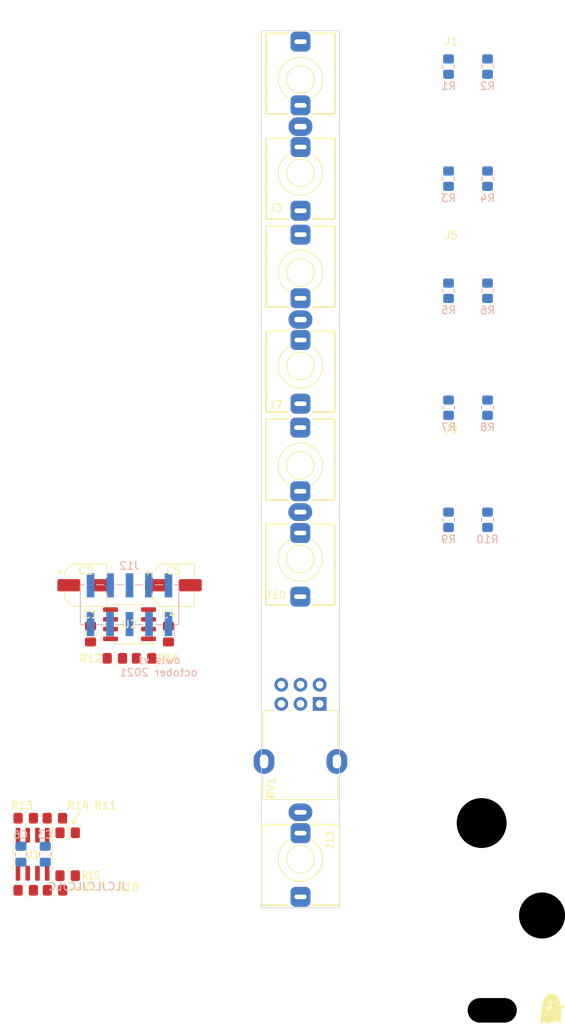
<source format=kicad_pcb>
(kicad_pcb (version 20211014) (generator pcbnew)
  (layers (0 "F.Cu" signal) (31 "B.Cu" signal) (34 "B.Paste" user) (35 "F.Paste" user) (36 "B.SilkS" user "B.Silkscreen") (37 "F.SilkS" user "F.Silkscreen") (38 "B.Mask" user) (39 "F.Mask" user) (44 "Edge.Cuts" user))
  (net 0 "")
  (net 1 "GND")
  (net 2 "Net-(J1-PadT)")
  (net 3 "Net-(J2-PadT)")
  (net 4 "Net-(J3-PadT)")
  (net 6 "Net-(J7-PadT)")
  (net 7 "Net-(J10-PadT)")
  (net 8 "Net-(J8-PadT)")
  (net 9 "R")
  (net 10 "L")
  (net 11 "+12V")
  (net 12 "-12V")
  (net 15 "Net-(J4-PadT)")
  (net 16 "Net-(J5-PadT)")
  (net 17 "Net-(J6-PadT)")
  (net 19 "Net-(J10-PadTN)")
  (net 21 "Net-(J11-PadR)")
  (net 22 "Net-(J11-PadT)")
  (net 23 "Net-(R11-Pad1)")
  (net 24 "Net-(R12-Pad2)")
  (net 25 "Net-(R13-Pad2)")
  (net 26 "Net-(R15-Pad1)")
  (net 27 "Net-(R16-Pad2)")
  (net 28 "Net-(R17-Pad2)")
  (net 29 "Net-(RV1-Pad2)")
  (net 30 "Net-(RV1-Pad5)")
  (footprint "Package_SO:SOIC-8_3.9x4.9mm_P1.27mm" (layer "F.Cu") (at -4.445 130.175 -90)
    (fp_text reference "U1" (at 0 0 180) (layer "F.SilkS"))
    (fp_text value "OPA2134")
    (fp_line (start 0 2.56) (end -1.95 2.56) (layer "F.SilkS") (width 0.12))
    (fp_line (start 0 -2.56) (end -3.45 -2.56) (layer "F.SilkS") (width 0.12))
    (fp_line (start 0 2.56) (end 1.95 2.56) (layer "F.SilkS") (width 0.12))
    (fp_line (start 0 -2.56) (end 1.95 -2.56) (layer "F.SilkS") (width 0.12))
    (pad "1" smd roundrect locked (at -2.475 -1.905 270) (size 1.95 0.6) (layers "F.Cu" "F.Paste" "F.Mask") (net 23 "Net-(R11-Pad1)"))
    (pad "2" smd roundrect locked (at -2.475 -0.635 270) (size 1.95 0.6) (layers "F.Cu" "F.Paste" "F.Mask") (net 25 "Net-(R13-Pad2)"))
    (pad "3" smd roundrect locked (at -2.475 0.635 270) (size 1.95 0.6) (layers "F.Cu" "F.Paste" "F.Mask") (net 29 "Net-(RV1-Pad2)"))
    (pad "4" smd roundrect locked (at -2.475 1.905 270) (size 1.95 0.6) (layers "F.Cu" "F.Paste" "F.Mask") (net 12 "-12V"))
    (pad "5" smd roundrect locked (at 2.475 1.905 270) (size 1.95 0.6) (layers "F.Cu" "F.Paste" "F.Mask") (net 30 "Net-(RV1-Pad5)"))
    (pad "6" smd roundrect locked (at 2.475 0.635 270) (size 1.95 0.6) (layers "F.Cu" "F.Paste" "F.Mask") (net 28 "Net-(R17-Pad2)"))
    (pad "7" smd roundrect locked (at 2.475 -0.635 270) (size 1.95 0.6) (layers "F.Cu" "F.Paste" "F.Mask") (net 26 "Net-(R15-Pad1)"))
    (pad "8" smd roundrect locked (at 2.475 -1.905 270) (size 1.95 0.6) (layers "F.Cu" "F.Paste" "F.Mask") (net 11 "+12V"))
  )
  (footprint "LOGO" (layer "F.Cu") (at 63.373 150.368)
    (fp_text reference "G***" hide)
    (fp_text value "LOGO" hide)
    (fp_poly (pts (xy -0.060134 -1.992922) (xy 0.021632 -1.982452) (xy 0.051559 -1.977176) (xy 0.127278 -1.960088) (xy 0.200989 -1.937993) (xy 0.272279 -1.911102) (xy 0.340736 -1.879624) (xy 0.405947 -1.843771) (xy 0.467498 -1.803751) (xy 0.524978 -1.759776) (xy 0.577973 -1.712055) (xy 0.583999 -1.706099) (xy 0.625608 -1.661594) (xy 0.664508 -1.613775) (xy 0.70082 -1.562382) (xy 0.734665 -1.507157) (xy 0.766163 -1.447839) (xy 0.795434 -1.384169) (xy 0.8226 -1.315887) (xy 0.84778 -1.242735) (xy 0.871095 -1.164452) (xy 0.892666 -1.080779) (xy 0.90988 -1.004469) (xy 0.9191 -0.959964) (xy 0.927667 -0.916304) (xy 0.935679 -0.872817) (xy 0.943237 -0.828827) (xy 0.950437 -0.78366) (xy 0.95738 -0.736643) (xy 0.964163 -0.687101) (xy 0.970885 -0.63436) (xy 0.977644 -0.577746) (xy 0.984541 -0.516583) (xy 0.991672 -0.4502) (xy 0.993401 -0.433695) (xy 0.995613 -0.412746) (xy 0.997659 -0.393881) (xy 0.999446 -0.37791) (xy 1.000882 -0.365644) (xy 1.001876 -0.357893) (xy 1.002309 -0.355452) (xy 1.005001 -0.35662) (xy 1.01138 -0.360531) (xy 1.020194 -0.366407) (xy 1.022467 -0.367978) (xy 1.058882 -0.389834) (xy 1.099885 -0.408009) (xy 1.14516 -0.422395) (xy 1.194394 -0.432884) (xy 1.223371 -0.436992) (xy 1.243244 -0.43866) (xy 1.266241 -0.43949) (xy 1.290971 -0.439531) (xy 1.316044 -0.438835) (xy 1.340067 -0.437451) (xy 1.36165 -0.43543) (xy 1.379401 -0.432824) (xy 1.387523 -0.431029) (xy 1.419446 -0.420319) (xy 1.447149 -0.406331) (xy 1.470264 -0.389325) (xy 1.48842 -0.369561) (xy 1.498906 -0.352393) (xy 1.503929 -0.341542) (xy 1.506885 -0.332669) (xy 1.508286 -0.323351) (xy 1.508643 -0.311162) (xy 1.508622 -0.30638) (xy 1.50723 -0.285994) (xy 1.502981 -0.267939) (xy 1.495219 -0.250331) (xy 1.483283 -0.231289) (xy 1.481443 -0.228684) (xy 1.471636 -0.215879) (xy 1.46097 -0.204053) (xy 1.448696 -0.192616) (xy 1.434068 -0.180982) (xy 1.416338 -0.168563) (xy 1.394759 -0.154772) (xy 1.368585 -0.13902) (xy 1.363999 -0.136325) (xy 1.313559 -0.103627) (xy 1.266452 -0.066787) (xy 1.22307 -0.026272) (xy 1.183806 0.017451) (xy 1.149052 0.063912) (xy 1.1192 0.112646) (xy 1.094643 0.163184) (xy 1.079674 0.202772) (xy 1.07445 0.21869) (xy 1.069982 0.233027) (xy 1.066245 0.246361) (xy 1.063216 0.259268) (xy 1.06087 0.272324) (xy 1.059185 0.286106) (xy 1.058135 0.30119) (xy 1.057698 0.318154) (xy 1.057848 0.337573) (xy 1.058564 0.360025) (xy 1.059819 0.386086) (xy 1.061592 0.416332) (xy 1.063857 0.45134) (xy 1.066592 0.491687) (xy 1.067295 0.501935) (xy 1.072799 0.582689) (xy 1.078209 0.663325) (xy 1.083505 0.743505) (xy 1.088668 0.822889) (xy 1.093677 0.901137) (xy 1.098513 0.97791) (xy 1.103155 1.052869) (xy 1.107584 1.125674) (xy 1.111779 1.195987) (xy 1.115722 1.263468) (xy 1.119391 1.327777) (xy 1.122767 1.388576) (xy 1.12583 1.445524) (xy 1.12856 1.498283) (xy 1.130937 1.546514) (xy 1.132942 1.589877) (xy 1.134553 1.628032) (xy 1.135752 1.660641) (xy 1.136177 1.674282) (xy 1.138239 1.74571) (xy 1.126573 1.755326) (xy 1.11167 1.765073) (xy 1.094518 1.771146) (xy 1.073824 1.773928) (xy 1.06304 1.774209) (xy 1.036692 1.772344) (xy 1.009218 1.766629) (xy 0.980224 1.756884) (xy 0.949316 1.74293) (xy 0.916099 1.724588) (xy 0.880179 1.701678) (xy 0.841162 1.67402) (xy 0.838202 1.671825) (xy 0.801615 1.645181) (xy 0.768594 1.622407) (xy 0.738397 1.603101) (xy 0.710284 1.58686) (xy 0.683513 1.573281) (xy 0.657343 1.561963) (xy 0.631035 1.552502) (xy 0.603848 1.544497) (xy 0.603793 1.544483) (xy 0.581084 1.539913) (xy 0.555199 1.537113) (xy 0.528 1.536103) (xy 0.501349 1.536902) (xy 0.477106 1.53953) (xy 0.46058 1.542994) (xy 0.442738 1.548466) (xy 0.426135 1.554938) (xy 0.410097 1.562887) (xy 0.393945 1.572792) (xy 0.377003 1.58513) (xy 0.358595 1.60038) (xy 0.338045 1.619019) (xy 0.314674 1.641527) (xy 0.298735 1.657371) (xy 0.27111 1.684588) (xy 0.246682 1.707434) (xy 0.224825 1.72625) (xy 0.204914 1.741374) (xy 0.186323 1.753145) (xy 0.168428 1.761903) (xy 0.150601 1.767987) (xy 0.132219 1.771737) (xy 0.112655 1.773491) (xy 0.091283 1.77359) (xy 0.08492 1.773369) (xy 0.069618 1.77253) (xy 0.055484 1.771218) (xy 0.041763 1.769212) (xy 0.027702 1.766291) (xy 0.012547 1.762235) (xy -0.004457 1.756825) (xy -0.024062 1.749839) (xy -0.047024 1.741057) (xy -0.074096 1.73026) (xy -0.103116 1.718423) (xy -0.12669 1.709003) (xy -0.146093 1.701948) (xy -0.162595 1.696945) (xy -0.177464 1.693679) (xy -0.191973 1.691837) (xy -0.20739 1.691105) (xy -0.213814 1.691052) (xy -0.237664 1.692057) (xy -0.259065 1.695419) (xy -0.280107 1.701655) (xy -0.302881 1.711287) (xy -0.310865 1.715165) (xy -0.323924 1.722009) (xy -0.337103 1.729692) (xy -0.351021 1.738664) (xy -0.366298 1.749376) (xy -0.383554 1.762281) (xy -0.403407 1.777828) (xy -0.426477 1.796469) (xy -0.453383 1.818655) (xy -0.456467 1.821218) (xy -0.48626 1.845759) (xy -0.512192 1.866558) (xy -0.534848 1.884001) (xy -0.554814 1.898471) (xy -0.572676 1.910354) (xy -0.589017 1.920035) (xy -0.604424 1.927898) (xy -0.619481 1.934328) (xy -0.634774 1.93971) (xy -0.638393 1.940842) (xy -0.652775 1.944226) (xy -0.670375 1.946867) (xy -0.689037 1.948581) (xy -0.706602 1.949182) (xy -0.720913 1.948483) (xy -0.723331 1.94815) (xy -0.753348 1.941208) (xy -0.785094 1.93004) (xy -0.816789 1.915369) (xy -0.846233 1.898195) (xy -0.862088 1.887452) (xy -0.877991 1.875832) (xy -0.894781 1.862653) (xy -0.913295 1.847235) (xy -0.934374 1.828899) (xy -0.958854 1.806965) (xy -0.959892 1.806025) (xy -0.989194 1.780054) (xy -1.015237 1.758358) (xy -1.038681 1.74058) (xy -1.060185 1.726365) (xy -1.080408 1.715355) (xy -1.100008 1.707195) (xy -1.119645 1.701529) (xy -1.139979 1.697999) (xy -1.161668 1.696251) (xy -1.163092 1.696192) (xy -1.181039 1.695739) (xy -1.196642 1.696102) (xy -1.210826 1.697589) (xy -1.224513 1.700508) (xy -1.238628 1.705166) (xy -1.254093 1.711871) (xy -1.271833 1.720931) (xy -1.29277 1.732652) (xy -1.317829 1.747343) (xy -1.319283 1.748206) (xy -1.350695 1.766442) (xy -1.377873 1.781252) (xy -1.401401 1.792893) (xy -1.421864 1.801622) (xy -1.439849 1.807695) (xy -1.455942 1.81137) (xy -1.466376 1.81265) (xy -1.482067 1.812544) (xy -1.494204 1.80895) (xy -1.504062 1.801101) (xy -1.512917 1.788233) (xy -1.515707 1.783008) (xy -1.52365 1.763509) (xy -1.530637 1.738047) (xy -1.536667 1.70665) (xy -1.541741 1.669343) (xy -1.545858 1.626154) (xy -1.54902 1.57711) (xy -1.551227 1.522238) (xy -1.552479 1.461564) (xy -1.552777 1.395115) (xy -1.55212 1.322918) (xy -1.55051 1.245) (xy -1.547946 1.161388) (xy -1.544429 1.072109) (xy -1.539959 0.977189) (xy -1.534537 0.876656) (xy -1.528163 0.770536) (xy -1.520837 0.658856) (xy -1.512559 0.541643) (xy -1.503331 0.418924) (xy -1.496615 0.333612) (xy -1.488501 0.233582) (xy -1.480633 0.139313) (xy -1.472971 0.050507) (xy -1.465477 -0.033134) (xy -1.458113 -0.111908) (xy -1.457294 -0.120259) (xy -0.976573 -0.120259) (xy -0.974321 -0.1214) (xy -0.968071 -0.125751) (xy -0.958578 -0.132755) (xy -0.946598 -0.141855) (xy -0.934426 -0.151291) (xy -0.886483 -0.186413) (xy -0.839126 -0.216173) (xy -0.79139 -0.241074) (xy -0.74231 -0.261618) (xy -0.690921 -0.278309) (xy -0.68997 -0.278577) (xy -0.663127 -0.285678) (xy -0.639012 -0.290951) (xy -0.615846 -0.294625) (xy -0.591852 -0.296931) (xy -0.565253 -0.298097) (xy -0.536811 -0.298361) (xy -0.515176 -0.298231) (xy -0.498403 -0.297878) (xy -0.485292 -0.297207) (xy -0.47464 -0.29612) (xy -0.465247 -0.294521) (xy -0.45591 -0.292312) (xy -0.453409 -0.291644) (xy -0.423616 -0.281649) (xy -0.398948 -0.269295) (xy -0.379589 -0.254704) (xy -0.365726 -0.237997) (xy -0.362309 -0.231881) (xy -0.357305 -0.215961) (xy -0.356045 -0.197419) (xy -0.358461 -0.178355) (xy -0.364489 -0.160866) (xy -0.364559 -0.160721) (xy -0.370247 -0.14995) (xy -0.376543 -0.139964) (xy -0.383996 -0.130252) (xy -0.393154 -0.120303) (xy -0.404568 -0.109606) (xy -0.418786 -0.097648) (xy -0.436357 -0.083918) (xy -0.45783 -0.067905) (xy -0.483755 -0.049098) (xy -0.486499 -0.047126) (xy -0.508881 -0.030672) (xy -0.527766 -0.015813) (xy -0.544887 -0.001072) (xy -0.561974 0.01503) (xy -0.577103 0.030211) (xy -0.595604 0.04964) (xy -0.612015 0.068072) (xy -0.626927 0.086377) (xy -0.640929 0.105424) (xy -0.65461 0.126085) (xy -0.668558 0.149229) (xy -0.683364 0.175727) (xy -0.699616 0.206448) (xy -0.709632 0.225947) (xy -0.720027 0.246473) (xy -0.729247 0.264931) (xy -0.737005 0.280724) (xy -0.743011 0.293254) (xy -0.746978 0.301922) (xy -0.748617 0.30613) (xy -0.748411 0.306317) (xy -0.745406 0.302923) (xy -0.73903 0.295474) (xy -0.729795 0.284575) (xy -0.718213 0.270832) (xy -0.704794 0.254851) (xy -0.69005 0.237238) (xy -0.683151 0.228979) (xy -0.655205 0.195924) (xy -0.62997 0.167128) (xy -0.606652 0.141898) (xy -0.584457 0.119542) (xy -0.562591 0.099369) (xy -0.540259 0.080686) (xy -0.516669 0.062801) (xy -0.491026 0.045022) (xy -0.462536 0.026656) (xy -0.430405 0.007013) (xy -0.424425 0.003438) (xy -0.405976 -0.007848) (xy -0.387702 -0.019541) (xy -0.37084 -0.030812) (xy -0.356623 -0.040834) (xy -0.346287 -0.048779) (xy -0.345342 -0.049574) (xy -0.318851 -0.075392) (xy -0.297582 -0.103039) (xy -0.281734 -0.132136) (xy -0.271506 -0.162299) (xy -0.267096 -0.193149) (xy -0.266925 -0.200288) (xy -0.269704 -0.231435) (xy -0.277986 -0.260377) (xy -0.29154 -0.286882) (xy -0.310136 -0.310719) (xy -0.333541 -0.331657) (xy -0.361524 -0.349465) (xy -0.393854 -0.363912) (xy -0.4303 -0.374766) (xy -0.444697 -0.377809) (xy -0.455941 -0.379696) (xy -0.467172 -0.380955) (xy -0.479685 -0.381635) (xy -0.494776 -0.381783) (xy -0.51374 -0.381449) (xy -0.529553 -0.380969) (xy -0.551065 -0.380156) (xy -0.568092 -0.379218) (xy -0.582217 -0.377957) (xy -0.59502 -0.37618) (xy -0.608082 -0.37369) (xy -0.622984 -0.370291) (xy -0.630409 -0.368488) (xy -0.687816 -0.351579) (xy -0.741446 -0.329943) (xy -0.791409 -0.303507) (xy -0.837818 -0.272196) (xy -0.880784 -0.235939) (xy -0.920418 -0.194661) (xy -0.947985 -0.160418) (xy -0.957745 -0.147249) (xy -0.966072 -0.135791) (xy -0.972347 -0.126915) (xy -0.975951 -0.121491) (xy -0.976573 -0.120259) (xy -1.457294 -0.120259) (xy -1.450839 -0.186113) (xy -1.443616 -0.256047) (xy -1.436407 -0.322008) (xy -1.429173 -0.384294) (xy -1.421874 -0.443203) (xy -1.414472 -0.499033) (xy -1.406929 -0.552082) (xy -1.399205 -0.602648) (xy -1.391262 -0.651029) (xy -1.383062 -0.697523) (xy -1.374566 -0.742427) (xy -1.369209 -0.76888) (xy -0.506149 -0.76888) (xy -0.506105 -0.748621) (xy -0.505354 -0.731561) (xy -0.503841 -0.719063) (xy -0.503722 -0.718475) (xy -0.497806 -0.702204) (xy -0.488206 -0.689973) (xy -0.475785 -0.682249) (xy -0.461403 -0.679503) (xy -0.445925 -0.682204) (xy -0.440918 -0.684278) (xy -0.43186 -0.690327) (xy -0.424094 -0.698252) (xy -0.423779 -0.698684) (xy -0.421356 -0.702427) (xy -0.419582 -0.706502) (xy -0.418347 -0.711891) (xy -0.417544 -0.719573) (xy -0.417063 -0.730526) (xy -0.416795 -0.745732) (xy -0.416654 -0.762758) (xy -0.416183 -0.790715) (xy -0.415073 -0.813887) (xy -0.413163 -0.833539) (xy -0.410294 -0.850932) (xy -0.406304 -0.867329) (xy -0.401466 -0.882743) (xy -0.391719 -0.905764) (xy -0.380246 -0.923392) (xy -0.367322 -0.935519) (xy -0.353224 -0.942042) (xy -0.338228 -0.942854) (xy -0.32261 -0.937852) (xy -0.306645 -0.926929) (xy -0.300552 -0.921211) (xy -0.286242 -0.903234) (xy -0.273377 -0.87994) (xy -0.262174 -0.851952) (xy -0.252847 -0.819894) (xy -0.245611 -0.784386) (xy -0.240928 -0.748621) (xy -0.237864 -0.731018) (xy -0.232223 -0.718091) (xy -0.223354 -0.708762) (xy -0.213423 -0.703132) (xy -0.197757 -0.699124) (xy -0.182713 -0.700634) (xy -0.169423 -0.707256) (xy -0.159021 -0.718586) (xy -0.156301 -0.723526) (xy -0.15348 -0.730848) (xy -0.15214 -0.73884) (xy -0.152087 -0.749461) (xy -0.15273 -0.759749) (xy -0.155516 -0.783241) (xy 0.320273 -0.783241) (xy 0.320503 -0.77121) (xy 0.321177 -0.762916) (xy 0.322432 -0.757193) (xy 0.324404 -0.75288) (xy 0.326246 -0.75013) (xy 0.336573 -0.740189) (xy 0.349615 -0.733641) (xy 0.36357 -0.731018) (xy 0.376636 -0.732846) (xy 0.380063 -0.734317) (xy 0.391105 -0.741919) (xy 0.399805 -0.751511) (xy 0.404566 -0.761271) (xy 0.404824 -0.762531) (xy 0.405614 -0.768965) (xy 0.406698 -0.780016) (xy 0.407945 -0.794247) (xy 0.409224 -0.810225) (xy 0.409494 -0.813793) (xy 0.410907 -0.830719) (xy 0.412522 -0.846944) (xy 0.414154 -0.860764) (xy 0.415614 -0.870475) (xy 0.415796 -0.871417) (xy 0.422159 -0.896892) (xy 0.430421 -0.920587) (xy 0.440114 -0.941562) (xy 0.450768 -0.958874) (xy 0.461914 -0.971583) (xy 0.468073 -0.976263) (xy 0.484035 -0.983581) (xy 0.499203 -0.985112) (xy 0.513948 -0.980784) (xy 0.52864 -0.970524) (xy 0.536466 -0.962727) (xy 0.550245 -0.94398) (xy 0.561554 -0.920499) (xy 0.570454 -0.892073) (xy 0.577007 -0.85849) (xy 0.581274 -0.819538) (xy 0.582207 -0.805183) (xy 0.583527 -0.785272) (xy 0.585204 -0.770353) (xy 0.587573 -0.759353) (xy 0.59097 -0.751199) (xy 0.59573 -0.744818) (xy 0.602187 -0.739136) (xy 0.603033 -0.738495) (xy 0.613207 -0.733957) (xy 0.626281 -0.732182) (xy 0.639755 -0.733165) (xy 0.65113 -0.736902) (xy 0.653805 -0.738593) (xy 0.66167 -0.745361) (xy 0.667149 -0.752746) (xy 0.670559 -0.761895) (xy 0.672216 -0.773957) (xy 0.672438 -0.79008) (xy 0.671923 -0.80413) (xy 0.667898 -0.851229) (xy 0.660631 -0.894524) (xy 0.650239 -0.933775) (xy 0.636838 -0.968742) (xy 0.620544 -0.999182) (xy 0.601472 -1.024857) (xy 0.579741 -1.045525) (xy 0.555464 -1.060945) (xy 0.545911 -1.065251) (xy 0.537167 -1.068366) (xy 0.528311 -1.070369) (xy 0.51765 -1.071482) (xy 0.503492 -1.071924) (xy 0.494353 -1.071962) (xy 0.478889 -1.071837) (xy 0.467752 -1.0713) (xy 0.459205 -1.070045) (xy 0.45151 -1.067768) (xy 0.44293 -1.064166) (xy 0.438725 -1.062223) (xy 0.414627 -1.047675) (xy 0.39283 -1.027861) (xy 0.373523 -1.003202) (xy 0.356897 -0.974118) (xy 0.343141 -0.941029) (xy 0.332446 -0.904358) (xy 0.325001 -0.864523) (xy 0.320997 -0.821946) (xy 0.320348 -0.800171) (xy 0.320273 -0.783241) (xy -0.155516 -0.783241) (xy -0.157694 -0.801599) (xy -0.16588 -0.841849) (xy -0.177002 -0.87971) (xy -0.190774 -0.914389) (xy -0.206912 -0.945098) (xy -0.225129 -0.971046) (xy -0.23183 -0.978734) (xy -0.253394 -0.999408) (xy -0.275026 -1.014531) (xy -0.297687 -1.024551) (xy -0.322335 -1.029919) (xy -0.343908 -1.031164) (xy -0.372605 -1.02838) (xy -0.398878 -1.020104) (xy -0.422616 -1.006451) (xy -0.443711 -0.987535) (xy -0.462051 -0.963473) (xy -0.477527 -0.934378) (xy -0.49003 -0.900366) (xy -0.497662 -0.870424) (xy -0.500339 -0.854627) (xy -0.50258 -0.835211) (xy -0.504332 -0.813539) (xy -0.50554 -0.790974) (xy -0.506149 -0.76888) (xy -1.369209 -0.76888) (xy -1.365734 -0.786041) (xy -1.356529 -0.828662) (xy -1.346911 -0.870588) (xy -1.336843 -0.912117) (xy -1.332842 -0.928047) (xy -1.304967 -1.029771) (xy -1.274161 -1.12662) (xy -1.240464 -1.218502) (xy -1.203915 -1.305325) (xy -1.164552 -1.386998) (xy -1.122414 -1.463429) (xy -1.07754 -1.534525) (xy -1.072957 -1.541261) (xy -1.028545 -1.602283) (xy -0.982557 -1.657804) (xy -0.934453 -1.708298) (xy -0.883698 -1.754239) (xy -0.829754 -1.796103) (xy -0.772085 -1.834364) (xy -0.710151 -1.869495) (xy -0.689214 -1.880219) (xy -0.617216 -1.912858) (xy -0.542422 -1.940314) (xy -0.46528 -1.962529) (xy -0.386243 -1.979444) (xy -0.305759 -1.991) (xy -0.22428 -1.997137) (xy -0.142255 -1.997798)) (layer "F.SilkS") (width 0) (fill solid))
  )
  (footprint "Resistor_SMD:R_0805_2012Metric_Pad1.20x1.40mm_HandSolder" (layer "F.Cu") (at -5.334 134.874)
    (fp_text reference "R17" (at 8.763 -0.381) (layer "F.SilkS"))
    (fp_text value "2k")
    (fp_line (start -0.227064 -0.735) (end 0.227064 -0.735) (layer "F.SilkS") (width 0.12))
    (fp_line (start -0.227064 0.735) (end 0.227064 0.735) (layer "F.SilkS") (width 0.12))
    (pad "1" smd roundrect locked (at -1 0) (size 1.2 1.4) (layers "F.Cu" "F.Paste" "F.Mask") (roundrect_rratio 0.2083333333) (net 1 "GND"))
    (pad "2" smd roundrect locked (at 1 0) (size 1.2 1.4) (layers "F.Cu" "F.Paste" "F.Mask") (roundrect_rratio 0.2083333333) (net 28 "Net-(R17-Pad2)"))
  )
  (footprint "Pale Slim Ghost:hole 6.5mm (potentiometer panel)" (layer "F.Cu") (at 54.102 126.111)
    (fp_text reference "REF**" hide)
    (fp_text value "hole 6.5mm (potentiometer panel)" hide)
    (pad "" np_thru_hole circle (at 0 0) (size 6.5 6.5) (drill 6.5) (layers *.Mask))
  )
  (footprint "Capacitor_SMD:CP_Elec_5x4.5" (layer "F.Cu") (at 2.475 95.123)
    (fp_text reference "C2" (at 0 -1.905) (layer "F.SilkS"))
    (fp_text value "C_Polarized")
    (fp_line (start -2.76 1.695563) (end -1.695563 2.76) (layer "F.SilkS") (width 0.12))
    (fp_line (start -2.76 1.695563) (end -2.76 1.06) (layer "F.SilkS") (width 0.12))
    (fp_line (start -2.76 -1.695563) (end -2.76 -1.06) (layer "F.SilkS") (width 0.12))
    (fp_line (start 2.76 2.76) (end 2.76 1.06) (layer "F.SilkS") (width 0.12))
    (fp_line (start -2.76 -1.695563) (end -1.695563 -2.76) (layer "F.SilkS") (width 0.12))
    (fp_line (start -1.695563 -2.76) (end 2.76 -2.76) (layer "F.SilkS") (width 0.12))
    (fp_line (start -3.625 -1.685) (end -3 -1.685) (layer "F.SilkS") (width 0.12))
    (fp_line (start 2.76 -2.76) (end 2.76 -1.06) (layer "F.SilkS") (width 0.12))
    (fp_line (start -1.695563 2.76) (end 2.76 2.76) (layer "F.SilkS") (width 0.12))
    (fp_line (start -3.3125 -1.9975) (end -3.3125 -1.3725) (layer "F.SilkS") (width 0.12))
    (pad "1" smd roundrect locked (at -2.2 0) (size 3 1.6) (layers "F.Cu" "F.Paste" "F.Mask") (roundrect_rratio 0.15625) (net 11 "+12V"))
    (pad "2" smd roundrect locked (at 2.2 0) (size 3 1.6) (layers "F.Cu" "F.Paste" "F.Mask") (roundrect_rratio 0.15625) (net 1 "GND"))
  )
  (footprint "" (layer "F.Cu") (at 55.481 150.519)
    (fp_text reference "" (at 0 0) (layer "F.SilkS") (effects (font (size 1.27 1.27))))
    (fp_text value "" (at 0 0) (layer "F.SilkS") (effects (font (size 1.27 1.27))))
    (pad "" np_thru_hole oval locked (at 0 0 180) (size 6.4 3.2) (drill oval 6.4 3.2) (layers *.Mask))
  )
  (footprint "Capacitor_SMD:C_0805_2012Metric_Pad1.18x1.45mm_HandSolder" (layer "F.Cu") (at 3.11 101.473 90)
    (fp_text reference "C1" (at 2.54 0 180) (layer "F.SilkS"))
    (fp_text value "C")
    (fp_line (start -0.261252 -0.735) (end 0.261252 -0.735) (layer "F.SilkS") (width 0.12))
    (fp_line (start -0.261252 0.735) (end 0.261252 0.735) (layer "F.SilkS") (width 0.12))
    (pad "1" smd roundrect locked (at -1.0375 0 90) (size 1.175 1.45) (layers "F.Cu" "F.Paste" "F.Mask") (roundrect_rratio 0.2127659574) (net 11 "+12V"))
    (pad "2" smd roundrect locked (at 1.0375 0 90) (size 1.175 1.45) (layers "F.Cu" "F.Paste" "F.Mask") (roundrect_rratio 0.2127659574) (net 1 "GND"))
  )
  (footprint "Pale Slim Ghost:Jack_3.5mm_QingPu_WQP-PJ366ST_Vertical" (layer "F.Cu") (at 30.48 130.81 180)
    (fp_text reference "J11" (at -3.81 2.54 90) (layer "F.SilkS"))
    (fp_text value "AudioJack3")
    (fp_line (start 1.5 4.5) (end 5.08 4.5) (layer "F.SilkS") (width 0.2))
    (fp_line (start -5.08 4.5) (end -5.08 -6) (layer "F.SilkS") (width 0.2))
    (fp_line (start 1.6 -6) (end 5.08 -6) (layer "F.SilkS") (width 0.2))
    (fp_line (start 5.08 4.5) (end 5.08 -6) (layer "F.SilkS") (width 0.2))
    (fp_line (start -5.08 4.5) (end -1.5 4.5) (layer "F.SilkS") (width 0.2))
    (fp_line (start -5.08 -6) (end -1.6 -6) (layer "F.SilkS") (width 0.2))
    (fp_arc (start 0 -2.895) (mid 2.817353 -0.665994) (end 1.296263 2.588577) (layer "F.SilkS") (width 0.12))
    (fp_arc (start -1.296263 2.588577) (mid -2.817353 -0.665994) (end 0 -2.895) (layer "F.SilkS") (width 0.12))
    (fp_circle (center 0 0) (end -1.8 0) (layer "F.SilkS") (width 0.12) (fill none))
    (pad "R" thru_hole roundrect (at 0 3.38 180) (size 2.6 2.6) (drill oval 1.6 0.6) (layers *.Cu *.Mask) (net 21 "Net-(J11-PadR)"))
    (pad "S" thru_hole oval (at 0 6.096 180) (size 3.1 2.3) (drill oval 1.6 0.6) (layers *.Cu *.Mask) (net 1 "GND"))
    (pad "T" thru_hole roundrect (at 0 -4.92 180) (size 2.6 2.6) (drill oval 1.6 0.6) (layers *.Cu *.Mask) (net 22 "Net-(J11-PadT)"))
  )
  (footprint "Resistor_SMD:R_0805_2012Metric_Pad1.20x1.40mm_HandSolder" (layer "F.Cu") (at -1.524 134.874)
    (fp_text reference "R18" (at 9.525 -0.381) (layer "F.SilkS"))
    (fp_text value "2k")
    (fp_line (start -0.227064 -0.735) (end 0.227064 -0.735) (layer "F.SilkS") (width 0.12))
    (fp_line (start -0.227064 0.735) (end 0.227064 0.735) (layer "F.SilkS") (width 0.12))
    (pad "1" smd roundrect locked (at -1 0) (size 1.2 1.4) (layers "F.Cu" "F.Paste" "F.Mask") (roundrect_rratio 0.2083333333) (net 28 "Net-(R17-Pad2)"))
    (pad "2" smd roundrect locked (at 1 0) (size 1.2 1.4) (layers "F.Cu" "F.Paste" "F.Mask") (roundrect_rratio 0.2083333333) (net 26 "Net-(R15-Pad1)"))
  )
  (footprint "Resistor_SMD:R_0805_2012Metric_Pad1.20x1.40mm_HandSolder" (layer "F.Cu") (at 10.095 104.648)
    (fp_text reference "R16" (at 3.175 0) (layer "F.SilkS"))
    (fp_text value "10k")
    (fp_line (start -0.227064 0.735) (end 0.227064 0.735) (layer "F.SilkS") (width 0.12))
    (fp_line (start -0.227064 -0.735) (end 0.227064 -0.735) (layer "F.SilkS") (width 0.12))
    (pad "1" smd roundrect locked (at -1 0) (size 1.2 1.4) (layers "F.Cu" "F.Paste" "F.Mask") (roundrect_rratio 0.2083333333) (net 9 "R"))
    (pad "2" smd roundrect locked (at 1 0) (size 1.2 1.4) (layers "F.Cu" "F.Paste" "F.Mask") (roundrect_rratio 0.2083333333) (net 27 "Net-(R16-Pad2)"))
  )
  (footprint "AudioJacks:Jack_3.5mm_QingPu_WQP-PJ398SM_Vertical" (layer "F.Cu") (at 30.48 66.548 180)
    (fp_text reference "J7" (at 3.175 -5.08) (layer "F.SilkS"))
    (fp_text value "AudioJack2_SwitchT")
    (fp_line (start 4.5 4.5) (end 4.5 -6) (layer "F.SilkS") (width 0.2))
    (fp_line (start 1.6 -6) (end 4.5 -6) (layer "F.SilkS") (width 0.2))
    (fp_line (start -4.5 -6) (end -1.6 -6) (layer "F.SilkS") (width 0.2))
    (fp_line (start 1.5 4.5) (end 4.5 4.5) (layer "F.SilkS") (width 0.2))
    (fp_line (start -4.5 4.5) (end -1.5 4.5) (layer "F.SilkS") (width 0.2))
    (fp_line (start -4.5 4.5) (end -4.5 -6) (layer "F.SilkS") (width 0.2))
    (fp_arc (start -1.296263 2.588577) (mid -2.817353 -0.665994) (end 0 -2.895) (layer "F.SilkS") (width 0.12))
    (fp_arc (start 0 -2.895) (mid 2.817353 -0.665994) (end 1.296263 2.588577) (layer "F.SilkS") (width 0.12))
    (fp_circle (center 0 0) (end -1.8 0) (layer "F.SilkS") (width 0.12) (fill none))
    (pad "S" thru_hole oval (at 0 5.988 180) (size 3.1 2.3) (drill oval 1.6 0.6) (layers *.Cu *.Mask) (net 1 "GND"))
    (pad "T" thru_hole roundrect (at 0 -4.92 180) (size 2.6 2.6) (drill oval 1.6 0.6) (layers *.Cu *.Mask) (net 6 "Net-(J7-PadT)"))
    (pad "TN" thru_hole roundrect (at 0 3.38 180) (size 2.6 2.6) (drill oval 1.6 0.6) (layers *.Cu *.Mask))
  )
  (footprint "Package_SO:SOIC-8_3.9x4.9mm_P1.27mm" (layer "F.Cu") (at 8.19 100.203 180)
    (fp_text reference "U2" (at 0 0) (layer "F.SilkS"))
    (fp_text value "NE5532")
    (fp_line (start 0 -2.56) (end -3.45 -2.56) (layer "F.SilkS") (width 0.12))
    (fp_line (start 0 2.56) (end -1.95 2.56) (layer "F.SilkS") (width 0.12))
    (fp_line (start 0 -2.56) (end 1.95 -2.56) (layer "F.SilkS") (width 0.12))
    (fp_line (start 0 2.56) (end 1.95 2.56) (layer "F.SilkS") (width 0.12))
    (pad "1" smd roundrect locked (at -2.475 -1.905 180) (size 1.95 0.6) (layers "F.Cu" "F.Paste" "F.Mask") (net 27 "Net-(R16-Pad2)"))
    (pad "2" smd roundrect locked (at -2.475 -0.635 180) (size 1.95 0.6) (layers "F.Cu" "F.Paste" "F.Mask") (net 9 "R"))
    (pad "3" smd roundrect locked (at -2.475 0.635 180) (size 1.95 0.6) (layers "F.Cu" "F.Paste" "F.Mask") (net 1 "GND"))
    (pad "4" smd roundrect locked (at -2.475 1.905 180) (size 1.95 0.6) (layers "F.Cu" "F.Paste" "F.Mask") (net 12 "-12V"))
    (pad "5" smd roundrect locked (at 2.475 1.905 180) (size 1.95 0.6) (layers "F.Cu" "F.Paste" "F.Mask") (net 1 "GND"))
    (pad "6" smd roundrect locked (at 2.475 0.635 180) (size 1.95 0.6) (layers "F.Cu" "F.Paste" "F.Mask") (net 10 "L"))
    (pad "7" smd roundrect locked (at 2.475 -0.635 180) (size 1.95 0.6) (layers "F.Cu" "F.Paste" "F.Mask") (net 24 "Net-(R12-Pad2)"))
    (pad "8" smd roundrect locked (at 2.475 -1.905 180) (size 1.95 0.6) (layers "F.Cu" "F.Paste" "F.Mask") (net 11 "+12V"))
  )
  (footprint "Pale Slim Ghost:hole 6mm (jack panel)" (layer "F.Cu") (at 61.97 138.161)
    (fp_text reference "REF**" hide)
    (fp_text value "hole 6mm (jack panel)" hide)
    (pad "" np_thru_hole circle (at 0 0) (size 6 6) (drill 6) (layers *.Mask))
  )
  (footprint "AudioJacks:Jack_3.5mm_QingPu_WQP-PJ398SM_Vertical" (layer "F.Cu") (at 30.48 54.356)
    (fp_text reference "J5" (at 19.659 -4.826) (layer "F.SilkS"))
    (fp_text value "AudioJack2_SwitchT")
    (fp_line (start -4.5 -6) (end -1.6 -6) (layer "F.SilkS") (width 0.2))
    (fp_line (start 1.5 4.5) (end 4.5 4.5) (layer "F.SilkS") (width 0.2))
    (fp_line (start 1.6 -6) (end 4.5 -6) (layer "F.SilkS") (width 0.2))
    (fp_line (start 4.5 4.5) (end 4.5 -6) (layer "F.SilkS") (width 0.2))
    (fp_line (start -4.5 4.5) (end -1.5 4.5) (layer "F.SilkS") (width 0.2))
    (fp_line (start -4.5 4.5) (end -4.5 -6) (layer "F.SilkS") (width 0.2))
    (fp_arc (start 0 -2.895) (mid 2.817353 -0.665994) (end 1.296263 2.588577) (layer "F.SilkS") (width 0.12))
    (fp_arc (start -1.296263 2.588577) (mid -2.817353 -0.665994) (end 0 -2.895) (layer "F.SilkS") (width 0.12))
    (fp_circle (center 0 0) (end -1.8 0) (layer "F.SilkS") (width 0.12) (fill none))
    (pad "S" thru_hole oval (at 0 6.096) (size 3.1 2.3) (drill oval 1.6 0.6) (layers *.Cu *.Mask) (net 1 "GND"))
    (pad "T" thru_hole roundrect (at 0 -4.92) (size 2.6 2.6) (drill oval 1.6 0.6) (layers *.Cu *.Mask) (net 16 "Net-(J5-PadT)"))
    (pad "TN" thru_hole roundrect (at 0 3.38) (size 2.6 2.6) (drill oval 1.6 0.6) (layers *.Cu *.Mask))
  )
  (footprint "Resistor_SMD:R_0805_2012Metric_Pad1.20x1.40mm_HandSolder" (layer "F.Cu") (at -1.54 125.476)
    (fp_text reference "R14" (at 3.038 -1.651) (layer "F.SilkS"))
    (fp_text value "2k")
    (fp_line (start -0.227064 -0.735) (end 0.227064 -0.735) (layer "F.SilkS") (width 0.12))
    (fp_line (start -0.227064 0.735) (end 0.227064 0.735) (layer "F.SilkS") (width 0.12))
    (pad "1" smd roundrect locked (at -1 0) (size 1.2 1.4) (layers "F.Cu" "F.Paste" "F.Mask") (roundrect_rratio 0.2083333333) (net 25 "Net-(R13-Pad2)"))
    (pad "2" smd roundrect locked (at 1 0) (size 1.2 1.4) (layers "F.Cu" "F.Paste" "F.Mask") (roundrect_rratio 0.2083333333) (net 23 "Net-(R11-Pad1)"))
  )
  (footprint "Resistor_SMD:R_0805_2012Metric_Pad1.20x1.40mm_HandSolder" (layer "F.Cu") (at -5.334 125.476)
    (fp_text reference "R13" (at -0.508 -1.651) (layer "F.SilkS"))
    (fp_text value "2k")
    (fp_line (start -0.227064 -0.735) (end 0.227064 -0.735) (layer "F.SilkS") (width 0.12))
    (fp_line (start -0.227064 0.735) (end 0.227064 0.735) (layer "F.SilkS") (width 0.12))
    (pad "1" smd roundrect locked (at -1 0) (size 1.2 1.4) (layers "F.Cu" "F.Paste" "F.Mask") (roundrect_rratio 0.2083333333) (net 1 "GND"))
    (pad "2" smd roundrect locked (at 1 0) (size 1.2 1.4) (layers "F.Cu" "F.Paste" "F.Mask") (roundrect_rratio 0.2083333333) (net 25 "Net-(R13-Pad2)"))
  )
  (footprint "Potentiometer_THT:Potentiometer_Alpha_RD902F-40-00D_Dual_Vertical" (layer "F.Cu") (at 32.98 110.587 -90)
    (fp_text reference "RV1" (at 10.952 6.31 -270) (layer "F.SilkS"))
    (fp_text value "R_Potentiometer_Dual")
    (fp_line (start 0.88 4.16) (end 0.88 3.33) (layer "F.SilkS") (width 0.12))
    (fp_line (start 0.88 7.37) (end 0.88 5.88) (layer "F.SilkS") (width 0.12))
    (fp_line (start 0.88 1.71) (end 0.88 1.18) (layer "F.SilkS") (width 0.12))
    (fp_line (start 0.88 -2.37) (end 5.6 -2.37) (layer "F.SilkS") (width 0.12))
    (fp_line (start 9.41 7.37) (end 12.47 7.37) (layer "F.SilkS") (width 0.12))
    (fp_line (start 9.41 -2.37) (end 12.47 -2.37) (layer "F.SilkS") (width 0.12))
    (fp_line (start 0.88 -1.19) (end 0.88 -2.37) (layer "F.SilkS") (width 0.12))
    (fp_line (start 12.47 7.37) (end 12.47 -2.37) (layer "F.SilkS") (width 0.12))
    (fp_line (start 0.88 7.37) (end 5.6 7.37) (layer "F.SilkS") (width 0.12))
    (pad "" thru_hole oval locked (at 7.5 7.25) (size 2.72 3.24) (drill oval 1.1 1.8) (layers *.Cu *.Mask))
    (pad "" thru_hole oval locked (at 7.5 -2.25) (size 2.72 3.24) (drill oval 1.1 1.8) (layers *.Cu *.Mask))
    (pad "1" thru_hole rect locked (at 0 0) (size 1.8 1.8) (drill 1) (layers *.Cu *.Mask) (net 1 "GND"))
    (pad "2" thru_hole circle locked (at 0 2.5) (size 1.8 1.8) (drill 1) (layers *.Cu *.Mask) (net 29 "Net-(RV1-Pad2)"))
    (pad "3" thru_hole circle locked (at 0 5) (size 1.8 1.8) (drill 1) (layers *.Cu *.Mask) (net 24 "Net-(R12-Pad2)"))
    (pad "4" thru_hole circle locked (at -2.5 0) (size 1.8 1.8) (drill 1) (layers *.Cu *.Mask) (net 1 "GND"))
    (pad "5" thru_hole circle locked (at -2.5 2.5) (size 1.8 1.8) (drill 1) (layers *.Cu *.Mask) (net 30 "Net-(RV1-Pad5)"))
    (pad "6" thru_hole circle locked (at -2.5 5) (size 1.8 1.8) (drill 1) (layers *.Cu *.Mask) (net 27 "Net-(R16-Pad2)"))
  )
  (footprint "AudioJacks:Jack_3.5mm_QingPu_WQP-PJ398SM_Vertical" (layer "F.Cu") (at 30.48 29.21)
    (fp_text reference "J1" (at 19.659 -4.953) (layer "F.SilkS"))
    (fp_text value "AudioJack2_SwitchT")
    (fp_line (start 4.5 4.5) (end 4.5 -6) (layer "F.SilkS") (width 0.2))
    (fp_line (start 1.5 4.5) (end 4.5 4.5) (layer "F.SilkS") (width 0.2))
    (fp_line (start -4.5 4.5) (end -1.5 4.5) (layer "F.SilkS") (width 0.2))
    (fp_line (start -4.5 4.5) (end -4.5 -6) (layer "F.SilkS") (width 0.2))
    (fp_line (start 1.6 -6) (end 4.5 -6) (layer "F.SilkS") (width 0.2))
    (fp_line (start -4.5 -6) (end -1.6 -6) (layer "F.SilkS") (width 0.2))
    (fp_arc (start 0 -2.895) (mid 2.817353 -0.665994) (end 1.296263 2.588577) (layer "F.SilkS") (width 0.12))
    (fp_arc (start -1.296263 2.588577) (mid -2.817353 -0.665994) (end 0 -2.895) (layer "F.SilkS") (width 0.12))
    (fp_circle (center 0 0) (end -1.8 0) (layer "F.SilkS") (width 0.12) (fill none))
    (pad "S" thru_hole oval (at 0 6.096) (size 3.1 2.3) (drill oval 1.6 0.6) (layers *.Cu *.Mask) (net 1 "GND"))
    (pad "T" thru_hole roundrect (at 0 -4.92) (size 2.6 2.6) (drill oval 1.6 0.6) (layers *.Cu *.Mask) (net 2 "Net-(J1-PadT)"))
    (pad "TN" thru_hole roundrect (at 0 3.38) (size 2.6 2.6) (drill oval 1.6 0.6) (layers *.Cu *.Mask))
  )
  (footprint "Capacitor_SMD:CP_Elec_5x4.5" (layer "F.Cu") (at 13.905 95.123)
    (fp_text reference "C5" (at 0 -1.905) (layer "F.SilkS"))
    (fp_text value "C_Polarized")
    (fp_line (start -2.76 1.695563) (end -1.695563 2.76) (layer "F.SilkS") (width 0.12))
    (fp_line (start -2.76 -1.695563) (end -2.76 -1.06) (layer "F.SilkS") (width 0.12))
    (fp_line (start -2.76 -1.695563) (end -1.695563 -2.76) (layer "F.SilkS") (width 0.12))
    (fp_line (start -3.625 -1.685) (end -3 -1.685) (layer "F.SilkS") (width 0.12))
    (fp_line (start -1.695563 -2.76) (end 2.76 -2.76) (layer "F.SilkS") (width 0.12))
    (fp_line (start -1.695563 2.76) (end 2.76 2.76) (layer "F.SilkS") (width 0.12))
    (fp_line (start 2.76 2.76) (end 2.76 1.06) (layer "F.SilkS") (width 0.12))
    (fp_line (start -3.3125 -1.9975) (end -3.3125 -1.3725) (layer "F.SilkS") (width 0.12))
    (fp_line (start 2.76 -2.76) (end 2.76 -1.06) (layer "F.SilkS") (width 0.12))
    (fp_line (start -2.76 1.695563) (end -2.76 1.06) (layer "F.SilkS") (width 0.12))
    (pad "1" smd roundrect locked (at -2.2 0) (size 3 1.6) (layers "F.Cu" "F.Paste" "F.Mask") (roundrect_rratio 0.15625) (net 1 "GND"))
    (pad "2" smd roundrect locked (at 2.2 0) (size 3 1.6) (layers "F.Cu" "F.Paste" "F.Mask") (roundrect_rratio 0.15625) (net 12 "-12V"))
  )
  (footprint "AudioJacks:Jack_3.5mm_QingPu_WQP-PJ398SM_Vertical" (layer "F.Cu") (at 30.454 91.694 180)
    (fp_text reference "J10" (at 3.175 -4.699) (layer "F.SilkS"))
    (fp_text value "AudioJack2_SwitchT")
    (fp_line (start 1.6 -6) (end 4.5 -6) (layer "F.SilkS") (width 0.2))
    (fp_line (start 1.5 4.5) (end 4.5 4.5) (layer "F.SilkS") (width 0.2))
    (fp_line (start -4.5 -6) (end -1.6 -6) (layer "F.SilkS") (width 0.2))
    (fp_line (start -4.5 4.5) (end -4.5 -6) (layer "F.SilkS") (width 0.2))
    (fp_line (start -4.5 4.5) (end -1.5 4.5) (layer "F.SilkS") (width 0.2))
    (fp_line (start 4.5 4.5) (end 4.5 -6) (layer "F.SilkS") (width 0.2))
    (fp_arc (start -1.296263 2.588577) (mid -2.817353 -0.665994) (end 0 -2.895) (layer "F.SilkS") (width 0.12))
    (fp_arc (start 0 -2.895) (mid 2.817353 -0.665994) (end 1.296263 2.588577) (layer "F.SilkS") (width 0.12))
    (fp_circle (center 0 0) (end -1.8 0) (layer "F.SilkS") (width 0.12) (fill none))
    (pad "S" thru_hole oval (at 0 6.115 180) (size 3.1 2.3) (drill oval 1.6 0.6) (layers *.Cu *.Mask) (net 1 "GND"))
    (pad "T" thru_hole roundrect (at 0 -4.92 180) (size 2.6 2.6) (drill oval 1.6 0.6) (layers *.Cu *.Mask) (net 7 "Net-(J10-PadT)"))
    (pad "TN" thru_hole roundrect (at 0 3.38 180) (size 2.6 2.6) (drill oval 1.6 0.6) (layers *.Cu *.Mask) (net 19 "Net-(J10-PadTN)"))
  )
  (footprint "Resistor_SMD:R_0805_2012Metric_Pad1.20x1.40mm_HandSolder" (layer "F.Cu") (at 6.285 104.648 180)
    (fp_text reference "R12" (at 3.175 0) (layer "F.SilkS"))
    (fp_text value "10k")
    (fp_line (start -0.227064 0.735) (end 0.227064 0.735) (layer "F.SilkS") (width 0.12))
    (fp_line (start -0.227064 -0.735) (end 0.227064 -0.735) (layer "F.SilkS") (width 0.12))
    (pad "1" smd roundrect locked (at -1 0 180) (size 1.2 1.4) (layers "F.Cu" "F.Paste" "F.Mask") (roundrect_rratio 0.2083333333) (net 10 "L"))
    (pad "2" smd roundrect locked (at 1 0 180) (size 1.2 1.4) (layers "F.Cu" "F.Paste" "F.Mask") (roundrect_rratio 0.2083333333) (net 24 "Net-(R12-Pad2)"))
  )
  (footprint "AudioJacks:Jack_3.5mm_QingPu_WQP-PJ398SM_Vertical" (layer "F.Cu") (at 30.48 41.402 180)
    (fp_text reference "J3" (at 3.175 -4.572) (layer "F.SilkS"))
    (fp_text value "AudioJack2_SwitchT")
    (fp_line (start -4.5 -6) (end -1.6 -6) (layer "F.SilkS") (width 0.2))
    (fp_line (start -4.5 4.5) (end -1.5 4.5) (layer "F.SilkS") (width 0.2))
    (fp_line (start 4.5 4.5) (end 4.5 -6) (layer "F.SilkS") (width 0.2))
    (fp_line (start 1.6 -6) (end 4.5 -6) (layer "F.SilkS") (width 0.2))
    (fp_line (start -4.5 4.5) (end -4.5 -6) (layer "F.SilkS") (width 0.2))
    (fp_line (start 1.5 4.5) (end 4.5 4.5) (layer "F.SilkS") (width 0.2))
    (fp_arc (start -1.296263 2.588577) (mid -2.817353 -0.665994) (end 0 -2.895) (layer "F.SilkS") (width 0.12))
    (fp_arc (start 0 -2.895) (mid 2.817353 -0.665994) (end 1.296263 2.588577) (layer "F.SilkS") (width 0.12))
    (fp_circle (center 0 0) (end -1.8 0) (layer "F.SilkS") (width 0.12) (fill none))
    (pad "S" thru_hole oval (at 0 5.972 180) (size 3.1 2.3) (drill oval 1.6 0.6) (layers *.Cu *.Mask) (net 1 "GND"))
    (pad "T" thru_hole roundrect (at 0 -4.92 180) (size 2.6 2.6) (drill oval 1.6 0.6) (layers *.Cu *.Mask) (net 4 "Net-(J3-PadT)"))
    (pad "TN" thru_hole roundrect (at 0 3.38 180) (size 2.6 2.6) (drill oval 1.6 0.6) (layers *.Cu *.Mask))
  )
  (footprint "Resistor_SMD:R_0805_2012Metric_Pad1.20x1.40mm_HandSolder" (layer "F.Cu") (at 0.127 127.381)
    (fp_text reference "R11" (at 4.927 -3.556) (layer "F.SilkS"))
    (fp_text value "47r")
    (fp_line (start -0.227064 -0.735) (end 0.227064 -0.735) (layer "F.SilkS") (width 0.12))
    (fp_line (start -0.227064 0.735) (end 0.227064 0.735) (layer "F.SilkS") (width 0.12))
    (pad "1" smd roundrect locked (at -1 0) (size 1.2 1.4) (layers "F.Cu" "F.Paste" "F.Mask") (roundrect_rratio 0.2083333333) (net 23 "Net-(R11-Pad1)"))
    (pad "2" smd roundrect locked (at 1 0) (size 1.2 1.4) (layers "F.Cu" "F.Paste" "F.Mask") (roundrect_rratio 0.2083333333) (net 22 "Net-(J11-PadT)"))
  )
  (footprint "AudioJacks:Jack_3.5mm_QingPu_WQP-PJ398SM_Vertical" (layer "F.Cu") (at 30.454 79.502)
    (fp_text reference "J9" (at 19.659 -4.699) (layer "F.SilkS"))
    (fp_text value "AudioJack2_SwitchT")
    (fp_line (start -4.5 -6) (end -1.6 -6) (layer "F.SilkS") (width 0.2))
    (fp_line (start 1.5 4.5) (end 4.5 4.5) (layer "F.SilkS") (width 0.2))
    (fp_line (start -4.5 4.5) (end -4.5 -6) (layer "F.SilkS") (width 0.2))
    (fp_line (start 1.6 -6) (end 4.5 -6) (layer "F.SilkS") (width 0.2))
    (fp_line (start 4.5 4.5) (end 4.5 -6) (layer "F.SilkS") (width 0.2))
    (fp_line (start -4.5 4.5) (end -1.5 4.5) (layer "F.SilkS") (width 0.2))
    (fp_arc (start -1.296263 2.588577) (mid -2.817353 -0.665994) (end 0 -2.895) (layer "F.SilkS") (width 0.12))
    (fp_arc (start 0 -2.895) (mid 2.817353 -0.665994) (end 1.296263 2.588577) (layer "F.SilkS") (width 0.12))
    (fp_circle (center 0 0) (end -1.8 0) (layer "F.SilkS") (width 0.12) (fill none))
    (pad "S" thru_hole oval (at 0 6.096) (size 3.1 2.3) (drill oval 1.6 0.6) (layers *.Cu *.Mask) (net 1 "GND"))
    (pad "T" thru_hole roundrect (at 0 -4.92) (size 2.6 2.6) (drill oval 1.6 0.6) (layers *.Cu *.Mask) (net 19 "Net-(J10-PadTN)"))
    (pad "TN" thru_hole roundrect (at 0 3.38) (size 2.6 2.6) (drill oval 1.6 0.6) (layers *.Cu *.Mask))
  )
  (footprint "Resistor_SMD:R_0805_2012Metric_Pad1.20x1.40mm_HandSolder" (layer "F.Cu") (at 0.127 132.969)
    (fp_text reference "R15" (at 3.048 0) (layer "F.SilkS") (effects (font (size 1 0.8))))
    (fp_text value "47r")
    (fp_line (start -0.227064 0.735) (end 0.227064 0.735) (layer "F.SilkS") (width 0.12))
    (fp_line (start -0.227064 -0.735) (end 0.227064 -0.735) (layer "F.SilkS") (width 0.12))
    (pad "1" smd roundrect locked (at -1 0) (size 1.2 1.4) (layers "F.Cu" "F.Paste" "F.Mask") (roundrect_rratio 0.2083333333) (net 26 "Net-(R15-Pad1)"))
    (pad "2" smd roundrect locked (at 1 0) (size 1.2 1.4) (layers "F.Cu" "F.Paste" "F.Mask") (roundrect_rratio 0.2083333333) (net 21 "Net-(J11-PadR)"))
  )
  (footprint "Capacitor_SMD:C_0805_2012Metric_Pad1.18x1.45mm_HandSolder" (layer "F.Cu") (at 13.27 101.473 90)
    (fp_text reference "C4" (at 2.54 0 180) (layer "F.SilkS"))
    (fp_text value "C")
    (fp_line (start -0.261252 -0.735) (end 0.261252 -0.735) (layer "F.SilkS") (width 0.12))
    (fp_line (start -0.261252 0.735) (end 0.261252 0.735) (layer "F.SilkS") (width 0.12))
    (pad "1" smd roundrect locked (at -1.0375 0 90) (size 1.175 1.45) (layers "F.Cu" "F.Paste" "F.Mask") (roundrect_rratio 0.2127659574) (net 1 "GND"))
    (pad "2" smd roundrect locked (at 1.0375 0 90) (size 1.175 1.45) (layers "F.Cu" "F.Paste" "F.Mask") (roundrect_rratio 0.2127659574) (net 12 "-12V"))
  )
  (footprint "Connector_PinHeader_2.54mm:PinHeader_2x05_P2.54mm_Vertical_SMD" (layer "B.Cu") (at 8.19 97.663 90)
    (fp_text reference "J12" (at 5.08 0 180) (layer "B.SilkS") (effects (justify mirror)))
    (fp_text value "Conn_02x05_Odd_Even")
    (fp_line (start 2.6 -0.76) (end 2.6 -1.78) (layer "B.SilkS") (width 0.12))
    (fp_line (start 2.6 1.78) (end 2.6 0.76) (layer "B.SilkS") (width 0.12))
    (fp_line (start -2.6 1.78) (end -2.6 0.76) (layer "B.SilkS") (width 0.12))
    (fp_line (start -2.6 -5.84) (end -2.6 -6.41) (layer "B.SilkS") (width 0.12))
    (fp_line (start -2.6 -6.41) (end 2.6 -6.41) (layer "B.SilkS") (width 0.12))
    (fp_line (start 2.6 6.41) (end 2.6 5.84) (layer "B.SilkS") (width 0.12))
    (fp_line (start -2.6 -3.3) (end -2.6 -4.32) (layer "B.SilkS") (width 0.12))
    (fp_line (start 2.6 -3.3) (end 2.6 -4.32) (layer "B.SilkS") (width 0.12))
    (fp_line (start -2.6 -0.76) (end -2.6 -1.78) (layer "B.SilkS") (width 0.12))
    (fp_line (start 2.6 -5.84) (end 2.6 -6.41) (layer "B.SilkS") (width 0.12))
    (fp_line (start -4.04 5.84) (end -2.6 5.84) (layer "B.SilkS") (width 0.12))
    (fp_line (start 2.6 4.32) (end 2.6 3.3) (layer "B.SilkS") (width 0.12))
    (fp_line (start -2.6 6.41) (end 2.6 6.41) (layer "B.SilkS") (width 0.12))
    (fp_line (start -2.6 6.41) (end -2.6 5.84) (layer "B.SilkS") (width 0.12))
    (fp_line (start -2.6 4.32) (end -2.6 3.3) (layer "B.SilkS") (width 0.12))
    (pad "1" smd rect locked (at -2.525 5.08 90) (size 3.15 1) (layers "B.Cu" "B.Paste" "B.Mask") (net 12 "-12V"))
    (pad "2" smd rect locked (at 2.525 5.08 90) (size 3.15 1) (layers "B.Cu" "B.Paste" "B.Mask") (net 12 "-12V"))
    (pad "3" smd rect locked (at -2.525 2.54 90) (size 3.15 1) (layers "B.Cu" "B.Paste" "B.Mask") (net 1 "GND"))
    (pad "4" smd rect locked (at 2.525 2.54 90) (size 3.15 1) (layers "B.Cu" "B.Paste" "B.Mask") (net 1 "GND"))
    (pad "5" smd rect locked (at -2.525 0 90) (size 3.15 1) (layers "B.Cu" "B.Paste" "B.Mask") (net 1 "GND"))
    (pad "6" smd rect locked (at 2.525 0 90) (size 3.15 1) (layers "B.Cu" "B.Paste" "B.Mask") (net 1 "GND"))
    (pad "7" smd rect locked (at -2.525 -2.54 90) (size 3.15 1) (layers "B.Cu" "B.Paste" "B.Mask") (net 1 "GND"))
    (pad "8" smd rect locked (at 2.525 -2.54 90) (size 3.15 1) (layers "B.Cu" "B.Paste" "B.Mask") (net 1 "GND"))
    (pad "9" smd rect locked (at -2.525 -5.08 90) (size 3.15 1) (layers "B.Cu" "B.Paste" "B.Mask") (net 11 "+12V"))
    (pad "10" smd rect locked (at 2.525 -5.08 90) (size 3.15 1) (layers "B.Cu" "B.Paste" "B.Mask") (net 11 "+12V"))
  )
  (footprint "Resistor_SMD:R_0805_2012Metric_Pad1.20x1.40mm_HandSolder" (layer "B.Cu") (at 49.784 27.54 -90)
    (fp_text reference "R1" (at 2.54 0 180) (layer "B.SilkS") (effects (justify mirror)))
    (fp_text value "10k")
    (fp_line (start -0.227064 0.735) (end 0.227064 0.735) (layer "B.SilkS") (width 0.12))
    (fp_line (start -0.227064 -0.735) (end 0.227064 -0.735) (layer "B.SilkS") (width 0.12))
    (pad "1" smd roundrect locked (at -1 0 270) (size 1.2 1.4) (layers "B.Cu" "B.Paste" "B.Mask") (roundrect_rratio 0.2083333333) (net 2 "Net-(J1-PadT)"))
    (pad "2" smd roundrect locked (at 1 0 270) (size 1.2 1.4) (layers "B.Cu" "B.Paste" "B.Mask") (roundrect_rratio 0.2083333333) (net 10 "L"))
  )
  (footprint "Resistor_SMD:R_0805_2012Metric_Pad1.20x1.40mm_HandSolder" (layer "B.Cu") (at 54.864 42.145 -90)
    (fp_text reference "R4" (at 2.54 0 180) (layer "B.SilkS") (effects (justify mirror)))
    (fp_text value "10k")
    (fp_line (start -0.227064 0.735) (end 0.227064 0.735) (layer "B.SilkS") (width 0.12))
    (fp_line (start -0.227064 -0.735) (end 0.227064 -0.735) (layer "B.SilkS") (width 0.12))
    (pad "1" smd roundrect locked (at -1 0 270) (size 1.2 1.4) (layers "B.Cu" "B.Paste" "B.Mask") (roundrect_rratio 0.2083333333) (net 15 "Net-(J4-PadT)"))
    (pad "2" smd roundrect locked (at 1 0 270) (size 1.2 1.4) (layers "B.Cu" "B.Paste" "B.Mask") (roundrect_rratio 0.2083333333) (net 9 "R"))
  )
  (footprint "Resistor_SMD:R_0805_2012Metric_Pad1.20x1.40mm_HandSolder" (layer "B.Cu") (at 54.864 71.99 -90)
    (fp_text reference "R8" (at 2.54 0 180) (layer "B.SilkS") (effects (justify mirror)))
    (fp_text value "10k")
    (fp_line (start -0.227064 -0.735) (end 0.227064 -0.735) (layer "B.SilkS") (width 0.12))
    (fp_line (start -0.227064 0.735) (end 0.227064 0.735) (layer "B.SilkS") (width 0.12))
    (pad "1" smd roundrect locked (at -1 0 270) (size 1.2 1.4) (layers "B.Cu" "B.Paste" "B.Mask") (roundrect_rratio 0.2083333333) (net 8 "Net-(J8-PadT)"))
    (pad "2" smd roundrect locked (at 1 0 270) (size 1.2 1.4) (layers "B.Cu" "B.Paste" "B.Mask") (roundrect_rratio 0.2083333333) (net 9 "R"))
  )
  (footprint "Resistor_SMD:R_0805_2012Metric_Pad1.20x1.40mm_HandSolder" (layer "B.Cu") (at 49.784 71.99 -90)
    (fp_text reference "R7" (at 2.54 0 180) (layer "B.SilkS") (effects (justify mirror)))
    (fp_text value "10k")
    (fp_line (start -0.227064 -0.735) (end 0.227064 -0.735) (layer "B.SilkS") (width 0.12))
    (fp_line (start -0.227064 0.735) (end 0.227064 0.735) (layer "B.SilkS") (width 0.12))
    (pad "1" smd roundrect locked (at -1 0 270) (size 1.2 1.4) (layers "B.Cu" "B.Paste" "B.Mask") (roundrect_rratio 0.2083333333) (net 6 "Net-(J7-PadT)"))
    (pad "2" smd roundrect locked (at 1 0 270) (size 1.2 1.4) (layers "B.Cu" "B.Paste" "B.Mask") (roundrect_rratio 0.2083333333) (net 10 "L"))
  )
  (footprint "Capacitor_SMD:C_0805_2012Metric_Pad1.18x1.45mm_HandSolder" (layer "B.Cu") (at -2.794 130.175 90)
    (fp_text reference "C3" (at 2.54 -0.026 180) (layer "B.SilkS") (effects (justify mirror)))
    (fp_text value "C")
    (fp_line (start -0.261252 0.735) (end 0.261252 0.735) (layer "B.SilkS") (width 0.12))
    (fp_line (start -0.261252 -0.735) (end 0.261252 -0.735) (layer "B.SilkS") (width 0.12))
    (pad "1" smd roundrect locked (at -1.0375 0 90) (size 1.175 1.45) (layers "B.Cu" "B.Paste" "B.Mask") (roundrect_rratio 0.2127659574) (net 11 "+12V"))
    (pad "2" smd roundrect locked (at 1.0375 0 90) (size 1.175 1.45) (layers "B.Cu" "B.Paste" "B.Mask") (roundrect_rratio 0.2127659574) (net 1 "GND"))
  )
  (footprint "Resistor_SMD:R_0805_2012Metric_Pad1.20x1.40mm_HandSolder" (layer "B.Cu") (at 49.784 42.145 -90)
    (fp_text reference "R3" (at 2.54 0 180) (layer "B.SilkS") (effects (justify mirror)))
    (fp_text value "10k")
    (fp_line (start -0.227064 0.735) (end 0.227064 0.735) (layer "B.SilkS") (width 0.12))
    (fp_line (start -0.227064 -0.735) (end 0.227064 -0.735) (layer "B.SilkS") (width 0.12))
    (pad "1" smd roundrect locked (at -1 0 270) (size 1.2 1.4) (layers "B.Cu" "B.Paste" "B.Mask") (roundrect_rratio 0.2083333333) (net 4 "Net-(J3-PadT)"))
    (pad "2" smd roundrect locked (at 1 0 270) (size 1.2 1.4) (layers "B.Cu" "B.Paste" "B.Mask") (roundrect_rratio 0.2083333333) (net 10 "L"))
  )
  (footprint "Resistor_SMD:R_0805_2012Metric_Pad1.20x1.40mm_HandSolder" (layer "B.Cu") (at 54.864 56.75 -90)
    (fp_text reference "R6" (at 2.54 0 180) (layer "B.SilkS") (effects (justify mirror)))
    (fp_text value "10k")
    (fp_line (start -0.227064 0.735) (end 0.227064 0.735) (layer "B.SilkS") (width 0.12))
    (fp_line (start -0.227064 -0.735) (end 0.227064 -0.735) (layer "B.SilkS") (width 0.12))
    (pad "1" smd roundrect locked (at -1 0 270) (size 1.2 1.4) (layers "B.Cu" "B.Paste" "B.Mask") (roundrect_rratio 0.2083333333) (net 17 "Net-(J6-PadT)"))
    (pad "2" smd roundrect locked (at 1 0 270) (size 1.2 1.4) (layers "B.Cu" "B.Paste" "B.Mask") (roundrect_rratio 0.2083333333) (net 9 "R"))
  )
  (footprint "Resistor_SMD:R_0805_2012Metric_Pad1.20x1.40mm_HandSolder" (layer "B.Cu") (at 54.864 27.54 -90)
    (fp_text reference "R2" (at 2.54 0 180) (layer "B.SilkS") (effects (justify mirror)))
    (fp_text value "10k")
    (fp_line (start -0.227064 -0.735) (end 0.227064 -0.735) (layer "B.SilkS") (width 0.12))
    (fp_line (start -0.227064 0.735) (end 0.227064 0.735) (layer "B.SilkS") (width 0.12))
    (pad "1" smd roundrect locked (at -1 0 270) (size 1.2 1.4) (layers "B.Cu" "B.Paste" "B.Mask") (roundrect_rratio 0.2083333333) (net 3 "Net-(J2-PadT)"))
    (pad "2" smd roundrect locked (at 1 0 270) (size 1.2 1.4) (layers "B.Cu" "B.Paste" "B.Mask") (roundrect_rratio 0.2083333333) (net 9 "R"))
  )
  (footprint "Capacitor_SMD:C_0805_2012Metric_Pad1.18x1.45mm_HandSolder" (layer "B.Cu") (at -5.969 130.175 90)
    (fp_text reference "C6" (at 2.54 -0.026 180) (layer "B.SilkS") (effects (justify mirror)))
    (fp_text value "C")
    (fp_line (start -0.261252 -0.735) (end 0.261252 -0.735) (layer "B.SilkS") (width 0.12))
    (fp_line (start -0.261252 0.735) (end 0.261252 0.735) (layer "B.SilkS") (width 0.12))
    (pad "1" smd roundrect locked (at -1.0375 0 90) (size 1.175 1.45) (layers "B.Cu" "B.Paste" "B.Mask") (roundrect_rratio 0.2127659574) (net 1 "GND"))
    (pad "2" smd roundrect locked (at 1.0375 0 90) (size 1.175 1.45) (layers "B.Cu" "B.Paste" "B.Mask") (roundrect_rratio 0.2127659574) (net 12 "-12V"))
  )
  (footprint "Resistor_SMD:R_0805_2012Metric_Pad1.20x1.40mm_HandSolder" (layer "B.Cu") (at 54.864 86.595 -90)
    (fp_text reference "R10" (at 2.54 0) (layer "B.SilkS") (effects (justify mirror)))
    (fp_text value "10k")
    (fp_line (start -0.227064 0.735) (end 0.227064 0.735) (layer "B.SilkS") (width 0.12))
    (fp_line (start -0.227064 -0.735) (end 0.227064 -0.735) (layer "B.SilkS") (width 0.12))
    (pad "1" smd roundrect locked (at -1 0 270) (size 1.2 1.4) (layers "B.Cu" "B.Paste" "B.Mask") (roundrect_rratio 0.2083333333) (net 7 "Net-(J10-PadT)"))
    (pad "2" smd roundrect locked (at 1 0 270) (size 1.2 1.4) (layers "B.Cu" "B.Paste" "B.Mask") (roundrect_rratio 0.2083333333) (net 9 "R"))
  )
  (footprint "Resistor_SMD:R_0805_2012Metric_Pad1.20x1.40mm_HandSolder" (layer "B.Cu") (at 49.784 86.595 -90)
    (fp_text reference "R9" (at 2.54 0 180) (layer "B.SilkS") (effects (justify mirror)))
    (fp_text value "10k")
    (fp_line (start -0.227064 -0.735) (end 0.227064 -0.735) (layer "B.SilkS") (width 0.12))
    (fp_line (start -0.227064 0.735) (end 0.227064 0.735) (layer "B.SilkS") (width 0.12))
    (pad "1" smd roundrect locked (at -1 0 270) (size 1.2 1.4) (layers "B.Cu" "B.Paste" "B.Mask") (roundrect_rratio 0.2083333333) (net 19 "Net-(J10-PadTN)"))
    (pad "2" smd roundrect locked (at 1 0 270) (size 1.2 1.4) (layers "B.Cu" "B.Paste" "B.Mask") (roundrect_rratio 0.2083333333) (net 10 "L"))
  )
  (footprint "Resistor_SMD:R_0805_2012Metric_Pad1.20x1.40mm_HandSolder" (layer "B.Cu") (at 49.784 56.75 -90)
    (fp_text reference "R5" (at 2.54 0 180) (layer "B.SilkS") (effects (justify mirror)))
    (fp_text value "10k")
    (fp_line (start -0.227064 -0.735) (end 0.227064 -0.735) (layer "B.SilkS") (width 0.12))
    (fp_line (start -0.227064 0.735) (end 0.227064 0.735) (layer "B.SilkS") (width 0.12))
    (pad "1" smd roundrect locked (at -1 0 270) (size 1.2 1.4) (layers "B.Cu" "B.Paste" "B.Mask") (roundrect_rratio 0.2083333333) (net 16 "Net-(J5-PadT)"))
    (pad "2" smd roundrect locked (at 1 0 270) (size 1.2 1.4) (layers "B.Cu" "B.Paste" "B.Mask") (roundrect_rratio 0.2083333333) (net 10 "L"))
  )
  (gr_line (start 0.762 126.1745) (end 0.762 125.6665) (layer "F.SilkS") (width 0.15))
  (gr_line (start 0.508 134.874) (end 0.762 134.493) (layer "F.SilkS") (width 0.15))
  (gr_line (start 0.508 134.874) (end 1.651 134.493) (layer "F.SilkS") (width 0.15))
  (gr_line (start 0.762 134.493) (end 0.508 134.874) (layer "F.SilkS") (width 0.15))
  (gr_line (start 0.762 126.1745) (end 1.752 124.733) (layer "F.SilkS") (width 0.15))
  (gr_line (start 0.508 134.874) (end 0.889 135.001) (layer "F.SilkS") (width 0.15))
  (gr_line (start 1.651 134.493) (end 0.508 134.874) (layer "F.SilkS") (width 0.15))
  (gr_line (start 0.762 126.1745) (end 1.27 126.0475) (layer "F.SilkS") (width 0.15))
  (gr_rect (start 25.4 22.86) (end 35.56 137.16) (layer "Edge.Cuts") (width 0.1) (fill none))
  (gr_text "JLCJLCJLCJLC" (at 2.768 134.385) (layer "B.SilkS") (effects (font (size 1 1)) (justify mirror)))
  (gr_text "owls v1\noctober 2021" (at 11.974 105.683) (layer "B.SilkS") (effects (font (size 1 1)) (justify mirror)))
)
</source>
